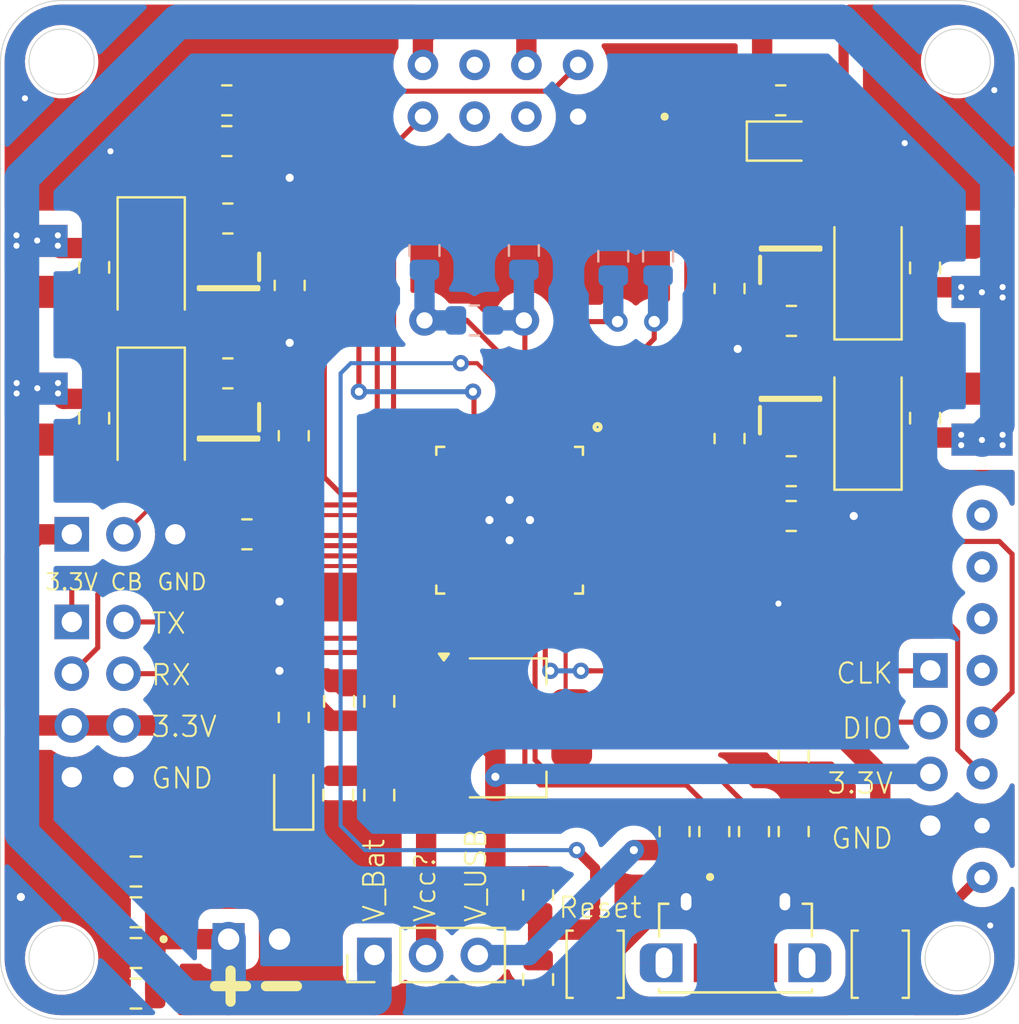
<source format=kicad_pcb>
(kicad_pcb (version 20240108) (generator "pcbnew") (generator_version "8.0")
  (layers (0 "F.Cu" signal) (31 "B.Cu" signal) (34 "B.Paste" user) (35 "F.Paste" user) (36 "B.SilkS" user "B.Silkscreen") (37 "F.SilkS" user "F.Silkscreen") (38 "B.Mask" user) (39 "F.Mask" user) (44 "Edge.Cuts" user))
  (net 0 "")
  (net 1 "VCC")
  (net 2 "GND")
  (net 3 "Net-(D4-A)")
  (net 4 "+3.7V")
  (net 5 "+3.3V")
  (net 6 "Net-(D5-A)")
  (net 7 "Net-(D6-A)")
  (net 8 "Net-(D7-A)")
  (net 9 "/OSC_OUT")
  (net 10 "/OSC_IN")
  (net 11 "/PC15")
  (net 12 "/PC14")
  (net 13 "/RESET")
  (net 14 "/PC13")
  (net 15 "Net-(D2-A)")
  (net 16 "Net-(D3-A)")
  (net 17 "/SWDCKL")
  (net 18 "/SWDIO")
  (net 19 "+5V")
  (net 20 "Net-(J8-ID)")
  (net 21 "Net-(J8-D-)")
  (net 22 "Net-(J8-D+)")
  (net 23 "/TX1")
  (net 24 "/RX2")
  (net 25 "/RX1")
  (net 26 "/TX2")
  (net 27 "Net-(Q1-G)")
  (net 28 "Net-(Q2-G)")
  (net 29 "Net-(Q3-G)")
  (net 30 "Net-(Q4-G)")
  (net 31 "/Voltage divider")
  (net 32 "/BOOT1")
  (net 33 "/BOOT0")
  (net 34 "/PWM_1")
  (net 35 "/PWM_2")
  (net 36 "/PWM_3")
  (net 37 "/PWM_4")
  (net 38 "/D+")
  (net 39 "/D-")
  (net 41 "/TX3")
  (net 43 "/CB")
  (net 46 "/SCL")
  (net 49 "/RX3")
  (net 56 "/SDA")
  (net 65 "Net-(SW2-B)")
  (footprint "Connector_PinHeader_2.54mm:PinHeader_1x03_P2.54mm_Vertical" (layer "F.Cu") (at 100.58 91.2905 90)
    (property "Reference" "J7")
    (property "Value" "Jumper" (hide yes))
  )
  (footprint "LED_SMD:LED_0805_2012Metric" (layer "F.Cu") (at 96.62 83.455 90)
    (property "Reference" "D3")
    (property "Value" "LED")
  )
  (footprint "2xh:JST_B2B-XH-A_LF__SN_" (layer "F.Cu") (at 84.02 57.4925 90)
    (property "Reference" "J3" (hide yes))
    (property "Value" "Header" (hide yes))
  )
  (footprint "Connector_PinHeader_2.54mm:PinHeader_1x03_P2.54mm_Vertical" (layer "F.Cu") (at 85.72 70.6425 90)
    (property "Reference" "J9")
    (property "Value" "Conn_01x03_Pin" (hide yes))
  )
  (footprint "IRLML0030TRPBF MOSFET Kênh N 30V 5.3A:SOT95P237X112-3N" (layer "F.Cu") (at 93.42 58.5625 -90)
    (property "Reference" "Q2")
    (property "Value" "IRLM0030" (hide yes))
  )
  (footprint "Resistor_SMD:R_0805_2012Metric" (layer "F.Cu") (at 118.02 65.9425 90)
    (property "Reference" "R15")
    (property "Value" "100")
  )
  (footprint "Resistor_SMD:R_0805_2012Metric" (layer "F.Cu") (at 121.17 85.23 90)
    (property "Reference" "R21")
    (property "Value" "100")
  )
  (footprint "Resistor_SMD:R_0805_2012Metric" (layer "F.Cu") (at 117.27 85.23 90)
    (property "Reference" "R20")
    (property "Value" "100")
  )
  (footprint "IRLML0030TRPBF MOSFET Kênh N 30V 5.3A:SOT95P237X112-3N" (layer "F.Cu") (at 121.02 56.6175 90)
    (property "Reference" "Q4")
    (property "Value" "IRLM0030" (hide yes))
  )
  (footprint "Resistor_SMD:R_0805_2012Metric" (layer "F.Cu") (at 93.3325 51.3425)
    (property "Reference" "R23")
    (property "Value" "12K")
  )
  (footprint "Resistor_SMD:R_0805_2012Metric" (layer "F.Cu") (at 121.0495 67.5425)
    (property "Reference" "R17")
    (property "Value" "10K")
  )
  (footprint "2xh:JST_B2B-XH-A_LF__SN_" (layer "F.Cu") (at 84.028 64.7425 90)
    (property "Reference" "J4" (hide yes))
    (property "Value" "Header" (hide yes))
  )
  (footprint "Diode_SMD:D_SMA" (layer "F.Cu") (at 124.82 57.5675 90)
    (property "Reference" "D7")
    (property "Value" "1N4007" (hide yes))
  )
  (footprint "Resistor_SMD:R_0805_2012Metric" (layer "F.Cu") (at 93.3825 55.1425 180)
    (property "Reference" "R11")
    (property "Value" "10K")
  )
  (footprint "Resistor_SMD:R_0805_2012Metric" (layer "F.Cu") (at 96.42 58.425 90)
    (property "Reference" "R12")
    (property "Value" "100")
  )
  (footprint "2xh:JST_B2B-XH-A_LF__SN_" (layer "F.Cu") (at 130.412 57.4925 -90)
    (property "Reference" "J6" (hide yes))
    (property "Value" "Header" (hide yes))
  )
  (footprint "Connector_PinHeader_2.54mm:PinHeader_1x04_P2.54mm_Vertical" (layer "F.Cu") (at 127.88 77.3205)
    (property "Reference" "J2")
    (property "Value" "ST_Link" (hide yes))
  )
  (footprint "Resistor_SMD:R_0805_2012Metric" (layer "F.Cu") (at 93.3825 62.7425 180)
    (property "Reference" "R14")
    (property "Value" "10K")
  )
  (footprint "Capacitor_SMD:C_0805_2012Metric" (layer "F.Cu") (at 88.87 93.1815 180)
    (property "Reference" "C16")
    (property "Value" "22uF")
  )
  (footprint "IRLML0030TRPBF MOSFET Kênh N 30V 5.3A:SOT95P237X112-3N" (layer "F.Cu") (at 121.012 63.9925 90)
    (property "Reference" "Q3")
    (property "Value" "IRLM0030" (hide yes))
  )
  (footprint "Resistor_SMD:R_0805_2012Metric" (layer "F.Cu") (at 94.32 70.6425)
    (property "Reference" "R6")
    (property "Value" "100K")
  )
  (footprint "Resistor_SMD:R_0805_2012Metric" (layer "F.Cu") (at 119.22 85.23 90)
    (property "Reference" "R19")
    (property "Value" "100")
  )
  (footprint "Resistor_SMD:R_0805_2012Metric" (layer "F.Cu") (at 93.3325 49.3425 180)
    (property "Reference" "R3")
    (property "Value" "100K")
  )
  (footprint "Capacitor_SMD:C_0805_2012Metric" (layer "F.Cu") (at 108.62 92.4925 -90)
    (property "Reference" "C15")
    (property "Value" "105")
  )
  (footprint "Connector_PinHeader_2.54mm:PinHeader_2x04_P2.54mm_Vertical" (layer "F.Cu") (at 85.72 74.9425)
    (property "Reference" "J10" (hide yes))
    (property "Value" "UART" (hide yes))
  )
  (footprint "2xh:JST_B2B-XH-A_LF__SN_" (layer "F.Cu") (at 130.412 64.7425 -90)
    (property "Reference" "J5" (hide yes))
    (property "Value" "Header" (hide yes))
  )
  (footprint "Capacitor_SMD:C_0805_2012Metric" (layer "F.Cu") (at 88.87 87.1925 180)
    (property "Reference" "C19")
    (property "Value" "100nF")
  )
  (footprint "2xh:JST_B2B-XH-A_LF__SN_" (layer "F.Cu") (at 94.67 91.0365 180)
    (property "Reference" "J1")
    (property "Value" "Pin_1S" (hide yes))
  )
  (footprint "Capacitor_SMD:C_0805_2012Metric" (layer "F.Cu") (at 127.62 64.9425 -90)
    (property "Reference" "C7")
    (property "Value" "104")
  )
  (footprint "Resistor_SMD:R_0805_2012Metric" (layer "F.Cu") (at 108.62 88.3425 90)
    (property "Reference" "R8")
    (property "Value" "10K")
  )
  (footprint "Capacitor_SMD:C_0805_2012Metric" (layer "F.Cu") (at 100.82 78.8425 90)
    (property "Reference" "C5")
    (property "Value" "104")
  )
  (footprint "Resistor_SMD:R_0805_2012Metric" (layer "F.Cu") (at 115.32 85.23 -90)
    (property "Reference" "R22")
    (property "Value" "4.7k")
  )
  (footprint "Resistor_SMD:R_0805_2012Metric" (layer "F.Cu") (at 120.5325 49.3425)
    (property "Reference" "R9")
    (property "Value" "100")
  )
  (footprint "Package_TO_SOT_SMD:SOT-223-3_TabPin2" (layer "F.Cu") (at 107.12 80.1425)
    (property "Reference" "U5")
    (property "Value" "LM1117MP-3.3" (hide yes))
  )
  (footprint "IRLML0030TRPBF MOSFET Kênh N 30V 5.3A:SOT95P237X112-3N" (layer "F.Cu") (at 93.42 65.9425 -90)
    (property "Reference" "Q1")
    (property "Value" "IRLM0030" (hide yes))
  )
  (footprint "Resistor_SMD:R_0805_2012Metric" (layer "F.Cu") (at 96.62 79.63 -90)
    (property "Reference" "R10")
    (property "Value" "100")
  )
  (footprint "LED_SMD:LED_0805_2012Metric" (layer "F.Cu") (at 120.5525 51.3425)
    (property "Reference" "D2")
    (property "Value" "LED")
  )
  (footprint "32.768KHz:XTAL_AB38T-32.768KHZ" (layer "F.Cu") (at 113.42 60.2025 -90)
    (property "Reference" "Y2")
    (property "Value" "32,768kHz" (hide yes))
  )
  (footprint "Diode_SMD:D_SMA" (layer "F.Cu") (at 89.62 57.6125 -90)
    (property "Reference" "D4")
    (property "Value" "1N4007" (hide yes))
  )
  (footprint "Diode_SMD:D_SMA" (layer "F.Cu") (at 124.82 64.9425 90)
    (property "Reference" "D6")
    (property "Value" "1N4007" (hide yes))
  )
  (footprint "Capacitor_SMD:C_0805_2012Metric" (layer "F.Cu") (at 86.82 64.9425 90)
    (property "Reference" "C6")
    (property "Value" "104")
  )
  (footprint "Capacitor_SMD:C_0805_2012Metric" (layer "F.Cu") (at 98.845 78.8425 90)
    (property "Reference" "C4")
    (property "Value" "106")
  )
  (footprint "Capacitor_SMD:C_0805_2012Metric" (layer "F.Cu") (at 121.17 81.5425 -90)
    (property "Reference" "C14")
    (property "Value" "104")
  )
  (footprint "Resistor_SMD:R_0805_2012Metric" (layer "F.Cu") (at 96.62 65.805 90)
    (property "Reference" "R13")
    (property "Value" "100")
  )
  (footprint "Capacitor_SMD:C_0805_2012Metric" (layer "F.Cu") (at 88.87 91.1925 180)
    (property "Reference" "C17")
    (property "Value" "22uF")
  )
  (footprint "micro usb:HRS_ZX62D-B-5P8" (layer "F.Cu") (at 118.22 91.0925)
    (property "Reference" "J8")
    (property "Value" "MICRO_USB" (hide yes))
  )
  (footprint "Resistor_SMD:R_0805_2012Metric" (layer "F.Cu") (at 118.02 58.58 90)
    (property "Reference" "R16")
    (property "Value" "100")
  )
  (footprint "Capacitor_SMD:C_0805_2012Metric" (layer "F.Cu") (at 88.87 89.1925 180)
    (property "Reference" "C18")
    (property "Value" "100nF")
  )
  (footprint "Capacitor_SMD:C_0805_2012Metric" (layer "F.Cu") (at 127.62 57.5675 -90)
    (property "Reference" "C8")
    (property "Value" "104")
  )
  (footprint "Capacitor_SMD:C_0805_2012Metric" (layer "F.Cu") (at 100.82 83.4425 -90)
    (property "Reference" "C1")
    (property "Value" "105")
  )
  (footprint "Esp01:XCVR_ESP8266-01_ESP-01" (layer "F.Cu") (at 106.7985 57.7905 180)
    (property "Reference" "U4" (hide yes))
    (property "Value" "ESP-01" (hide yes))
  )
  (footprint "Capacitor_SMD:C_0805_2012Metric" (layer "F.Cu") (at 86.82 57.5425 90)
    (property "Reference" "C3")
    (property "Value" "104")
  )
  (footprint "Diode_SMD:D_SMA" (layer "F.Cu") (at 89.62 64.9875 -90)
    (property "Reference" "D5")
    (property "Value" "1N4007" (hide yes))
  )
  (footprint "Button_Switch_SMD:SW_SPST_B3U-1000P-B" (layer "F.Cu") (at 125.42 91.7425 -90)
    (property "Reference" "SW2")
    (property "Value" "SW_Push_Open" (hide yes))
  )
  (footprint "usini_sensors:module_mpu6050" (layer "F.Cu") (at 130.42 69.7005 180)
    (property "Reference" "U2" (hide yes))
    (property "Value" "module_mpu6050" (hide yes))
  )
  (footprint "Crystal:Crystal_HC49-4H_Vertical" (layer "F.Cu") (at 103.04 60.1425)
    (property "Reference" "Y1")
    (property "Value" "8MHz" (hide yes))
  )
  (footprint "Stm32F103:QFP50P900X900X160-48N" (layer "F.Cu") (at 107.22 69.95 -90)
    (property "Reference" "U1")
    (property "Value" "STM32F103C8T6" (hide yes))
  )
  (footprint "Capacitor_SMD:C_0805_2012Metric" (layer "F.Cu") (at 98.805 83.4425 -90)
    (property "Reference" "C2")
    (property "Value" "104")
  )
  (footprint "Button_Switch_SMD:SW_SPST_B3U-1000P-B" (layer "F.Cu") (at 111.42 91.7425 90)
    (property "Reference" "SW3")
    (property "Value" "SW_Push" (hide yes))
  )
  (footprint "Resistor_SMD:R_0805_2012Metric" (layer "F.Cu") (at 121.0575 60.1675)
    (property "Reference" "R18")
    (property "Value" "10K")
  )
  (footprint "Resistor_SMD:R_0805_2012Metric" (layer "F.Cu") (at 121.0495 69.7425 180)
    (property "Reference" "R7")
    (property "Value" "100K")
  )
  (footprint "Capacitor_SMD:C_0805_2012Metric" (layer "B.Cu") (at 114.51 56.9925 90)
    (property "Reference" "C13")
    (property "Value" "22pF")
  )
  (footprint "Capacitor_SMD:C_0805_2012Metric" (layer "B.Cu") (at 103.04 56.7125 90)
    (property "Reference" "C11")
    (property "Value" "22pF")
  )
  (footprint "Capacitor_SMD:C_0805_2012Metric" (layer "B.Cu") (at 107.92 56.7125 90)
    (property "Reference" "C10")
    (property "Value" "22pF")
  )
  (footprint "Resistor_SMD:R_0805_2012Metric" (layer "B.Cu") (at 105.49 60.1425)
    (property "Reference" "R5")
    (property "Value" "1M")
  )
  (footprint "Capacitor_SMD:C_0805_2012Metric" (layer "B.Cu") (at 112.31 56.9925 90)
    (property "Reference" "C12")
    (property "Value" "22pF")
  )
  (gr_circle (center 85.22 91.4425) (end 86.82 91.4425) (stroke (width 0.05)) (fill none) (layer "Edge.Cuts"))
  (gr_circle (center 129.22 91.4425) (end 130.82 91.4425) (stroke (width 0.05)) (fill none) (layer "Edge.Cuts"))
  (gr_line (start 132.22 91.4425) (end 132.22 47.4425) (stroke (width 0.05)) (layer "Edge.Cuts"))
  (gr_line (start 82.22 47.4425) (end 82.22 91.4425) (stroke (width 0.05)) (layer "Edge.Cuts"))
  (gr_arc (start 82.22 47.4425) (mid 83.09868 45.32118) (end 85.22 44.4425) (stroke (width 0.05)) (layer "Edge.Cuts"))
  (gr_arc (start 132.22 91.4425) (mid 131.34132 93.56382) (end 129.22 94.4425) (stroke (width 0.05)) (layer "Edge.Cuts"))
  (gr_line (start 85.22 44.4425) (end 129.22 44.4425) (stroke (width 0.05)) (layer "Edge.Cuts"))
  (gr_arc (start 129.22 44.4425) (mid 131.34132 45.32118) (end 132.22 47.4425) (stroke (width 0.05)) (layer "Edge.Cuts"))
  (gr_line (start 129.22 94.4425) (end 85.22 94.4425) (stroke (width 0.05)) (layer "Edge.Cuts"))
  (gr_circle (center 85.22 47.4425) (end 86.82 47.4425) (stroke (width 0.05)) (fill none) (layer "Edge.Cuts"))
  (gr_arc (start 85.22 94.4425) (mid 83.09868 93.56382) (end 82.22 91.4425) (stroke (width 0.05)) (layer "Edge.Cuts"))
  (gr_circle (center 129.22 47.4425) (end 130.82 47.4425) (stroke (width 0.05)) (fill none) (layer "Edge.Cuts"))
  (gr_text "3.3V" (at 122.75 83.45 0) (layer "F.SilkS") (effects (font (size 1 1) (thickness 0.1)) (justify left bottom)))
  (gr_text "GND" (at 89.85 73.45 0) (layer "F.SilkS") (effects (font (size 0.8 0.8) (thickness 0.1)) (justify left bottom)))
  (gr_text "-" (at 94.45 93.85 0) (layer "F.SilkS") (effects (font (size 2 2) (thickness 0.5) (bold yes)) (justify left bottom)))
  (gr_text "CB" (at 87.55 73.45 0) (layer "F.SilkS") (effects (font (size 0.8 0.8) (thickness 0.1)) (justify left bottom)))
  (gr_text "3.3V" (at 84.35 73.45 0) (layer "F.SilkS") (effects (font (size 0.8 0.8) (thickness 0.1)) (justify left bottom)))
  (gr_text "GND" (at 89.55 83.2 0) (layer "F.SilkS") (effects (font (size 1 1) (thickness 0.1)) (justify left bottom)))
  (gr_text "Reset" (at 109.55 89.55 0) (layer "F.SilkS") (effects (font (size 1 1) (thickness 0.1)) (justify left bottom)))
  (gr_text "V_USB" (at 106.15 89.75 90) (layer "F.SilkS") (effects (font (size 1 1) (thickness 0.1)) (justify left bottom)))
  (gr_text "Vcc?" (at 103.65 89.75 90) (layer "F.SilkS") (effects (font (size 1 1) (thickness 0.1)) (justify left bottom)))
  (gr_text "3.3V" (at 89.55 80.666666 0) (layer "F.SilkS") (effects (font (size 1 1) (thickness 0.1)) (justify left bottom)))
  (gr_text "DIO" (at 123.464286 80.75 0) (layer "F.SilkS") (effects (font (size 1 1) (thickness 0.1)) (justify left bottom)))
  (gr_text "CLK" (at 123.178571 78.05 0) (layer "F.SilkS") (effects (font (size 1 1) (thickness 0.1)) (justify left bottom)))
  (gr_text "TX" (at 89.55 75.6 0) (layer "F.SilkS") (effects (font (size 1 1) (thickness 0.1)) (justify left bottom)))
  (gr_text "+" (at 91.95 93.85 0) (layer "F.SilkS") (effects (font (size 2 2) (thickness 0.5) (bold yes)) (justify left bottom)))
  (gr_text "V_Bat" (at 101.15 89.75 90) (layer "F.SilkS") (effects (font (size 1 1) (thickness 0.1)) (justify left bottom)))
  (gr_text "GND" (at 122.940476 86.15 0) (layer "F.SilkS") (effects (font (size 1 1) (thickness 0.1)) (justify left bottom)))
  (gr_text "RX" (at 89.55 78.133333 0) (layer "F.SilkS") (effects (font (size 1 1) (thickness 0.1)) (justify left bottom)))
  (segment (start 98.805 82.4925) (end 103.92 82.4925) (width 1) (layer "F.Cu") (net 1))
  (segment (start 102.82 82.4925) (end 103.12 82.7925) (width 1) (layer "F.Cu") (net 1))
  (segment (start 103.12 82.7925) (end 103.12 91.2905) (width 1) (layer "F.Cu") (net 1))
  (segment (start 92.47 61.8925) (end 92.47 62.7425) (width 0.2) (layer "F.Cu") (net 2))
  (segment (start 109.47 74.13) (end 109.47 73.18245) (width 0.2) (layer "F.Cu") (net 2))
  (segment (start 109.47 73.18245) (end 107.22 70.93245) (width 0.2) (layer "F.Cu") (net 2))
  (segment (start 96.92 93.4425) (end 95.92 92.4425) (width 1) (layer "F.Cu") (net 2))
  (segment (start 121.32 61.5425) (end 121.97 60.8925) (width 0.25) (layer "F.Cu") (net 2))
  (segment (start 108.62 93.4425) (end 96.92 93.4425) (width 1) (layer "F.Cu") (net 2))
  (segment (start 88.26 84.2025) (end 87.92 84.5425) (width 1) (layer "F.Cu") (net 2))
  (segment (start 93.4075 70.6425) (end 90.8 70.6425) (width 0.2) (layer "F.Cu") (net 2))
  (segment (start 118.42 61.5425) (end 121.32 61.5425) (width 0.25) (layer "F.Cu") (net 2))
  (segment (start 92.47 64.8925) (end 92.47 62.7425) (width 1) (layer "F.Cu") (net 2))
  (segment (start 121.97 60.8925) (end 121.97 60.1675) (width 0.25) (layer "F.Cu") (net 2))
  (segment (start 107.22 68.95255) (end 106.47 68.20255) (width 0.2) (layer "F.Cu") (net 2))
  (segment (start 120.737 88.6745) (end 121.688 88.6745) (width 0.5) (layer "F.Cu") (net 2))
  (segment (start 98.895 77.8425) (end 98.845 77.8925) (width 1) (layer "F.Cu") (net 2))
  (segment (start 110.4625 67.7) (end 111.4 67.7) (width 0.2) (layer "F.Cu") (net 2))
  (segment (start 95.92 92.4425) (end 95.92 90.5115) (width 1) (layer "F.Cu") (net 2))
  (segment (start 103.97255 72.2) (end 103.04 72.2) (width 0.2) (layer "F.Cu") (net 2))
  (segment (start 106.23005 69.9425) (end 103.97255 72.2) (width 0.2) (layer "F.Cu") (net 2))
  (segment (start 119.612 88.9995) (end 120.412 88.9995) (width 0.5) (layer "F.Cu") (net 2))
  (segment (start 106.47 68.20255) (end 106.47 65.77) (width 0.2) (layer "F.Cu") (net 2))
  (segment (start 95.92 73.9425) (end 97.6625 72.2) (width 0.2) (layer "F.Cu") (net 2))
  (segment (start 121.97 60.1675) (end 121.97 57.6675) (width 1) (layer "F.Cu") (net 2))
  (segment (start 121.962 65.0425) (end 121.962 67.5425) (width 1) (layer "F.Cu") (net 2))
  (segment (start 96.42 61.2425) (end 93.12 61.2425) (width 0.2) (layer "F.Cu") (net 2))
  (segment (start 92.47 55.1425) (end 92.47 53.1425) (width 1) (layer "F.Cu") (net 2))
  (segment (start 95.92 90.5115) (end 95.92 85.0925) (width 1) (layer "F.Cu") (net 2))
  (segment (start 97.6625 72.2) (end 103.04 72.2) (width 0.2) (layer "F.Cu") (net 2))
  (segment (start 88.07 84.3925) (end 87.92 84.5425) (width 1) (layer "F.Cu") (net 2))
  (segment (start 100.82 84.3925) (end 96.62 84.3925) (width 1) (layer "F.Cu") (net 2))
  (segment (start 108.22 69.9425) (end 110.4625 67.7) (width 0.2) (layer "F.Cu") (net 2))
  (segment (start 93.12 61.2425) (end 92.47 61.8925) (width 0.2) (layer "F.Cu") (net 2))
  (segment (start 96.42 53.1425) (end 92.47 53.1425) (width 0.2) (layer "F.Cu") (net 2))
  (segment (start 127.88 84.9405) (end 130.42 84.9405) (width 1) (layer "F.Cu") (net 2))
  (segment (start 87.92 87.1925) (end 87.92 84.5425) (width 1) (layer "F.Cu") (net 2))
  (segment (start 103.97 77.8425) (end 98.895 77.8425) (width 1) (layer "F.Cu") (net 2))
  (segment (start 98.295 77.3425) (end 95.92 77.3425) (width 0.25) (layer "F.Cu") (net 2))
  (segment (start 95.92 85.0925) (end 96.62 84.3925) (width 1) (layer "F.Cu") (net 2))
  (segment (start 88.225 82.5275) (end 88.26 82.5625) (width 1) (layer "F.Cu") (net 2))
  (segment (start 87.92 87.1925) (end 87.92 93.1815) (width 1) (layer "F.Cu") (net 2))
  (segment (start 92.47 51.3925) (end 92.42 51.3425) (width 1) (layer "F.Cu") (net 2))
  (segment (start 111.42 93.4425) (end 111.42 92.3425) (width 0.5) (layer "F.Cu") (net 2))
  (segment (start 92.47 53.1425) (end 92.47 51.3925) (width 1) (layer "F.Cu") (net 2))
  (segment (start 96.62 84.3925) (end 88.07 84.3925) (width 1) (layer "F.Cu") (net 2))
  (segment (start 98.845 77.8925) (end 98.295 77.3425) (width 0.25) (layer "F.Cu") (net 2))
  (segment (start 121.995 84.3175) (end 121.17 84.3175) (width 0.5) (layer "F.Cu") (net 2))
  (segment (start 111.42 92.3425) (end 115.088 88.6745) (width 0.5) (layer "F.Cu") (net 2))
  (segment (start 121.17 82.4925) (end 121.17 84.3175) (width 1) (layer "F.Cu") (net 2))
  (segment (start 111.42 93.4425) (end 108.62 93.4425) (width 1) (layer "F.Cu") (net 2))
  (segment (start 121.688 88.6745) (end 122.82 87.5425) (width 0.5) (layer "F.Cu") (net 2))
  (segment (start 122.82 87.5425) (end 122.82 85.1425) (width 0.5) (layer "F.Cu") (net 2))
  (segment (start 124.12 69.7425) (end 121.962 69.7425) (width 0.25) (layer "F.Cu") (net 2))
  (segment (start 120.412 88.9995) (end 120.737 88.6745) (width 0.5) (layer "F.Cu") (net 2))
  (segment (start 122.82 85.1425) (end 121.995 84.3175) (width 0.5) (layer "F.Cu") (net 2))
  (segment (start 121.962 67.5425) (end 121.962 69.7425) (width 1) (layer "F.Cu") (net 2))
  (segment (start 88.26 82.5625) (end 88.26 84.2025) (width 1) (layer "F.Cu") (net 2))
  (segment (start 85.744 82.5275) (end 88.225 82.5275) (width 1) (layer "F.Cu") (net 2))
  (segment (start 115.088 88.6745) (end 115.887 88.6745) (width 0.5) (layer "F.Cu") (net 2))
  (segment (start 92.47 57.5125) (end 92.47 55.1425) (width 1) (layer "F.Cu") (net 2))
  (via (at 87.62 51.8425) (size 0.6) (drill 0.3) (layers "F.Cu" "B.Cu") (net 2))
  (via (at 107.22 70.93245) (size 0.8) (drill 0.4) (layers "F.Cu" "B.Cu") (net 2))
  (via (at 96.42 53.1425) (size 0.8) (drill 0.4) (layers "F.Cu" "B.Cu") (net 2))
  (via (at 108.22 69.9425) (size 0.8) (drill 0.4) (layers "F.Cu" "B.Cu") (net 2))
  (via (at 107.22 68.95255) (size 0.8) (drill 0.4) (layers "F.Cu" "B.Cu") (net 2))
  (via (at 106.23005 69.9425) (size 0.8) (drill 0.4) (layers "F.Cu" "B.Cu") (net 2))
  (via (at 83.42 49.2425) (size 0.6) (drill 0.3) (layers "F.Cu" "B.Cu") (net 2))
  (via (at 96.42 61.2425) (size 0.8) (drill 0.4) (layers "F.Cu" "B.Cu") (net 2))
  (via (at 95.92 77.3425) (size 0.8) (drill 0.4) (layers "F.Cu" "B.Cu") (net 2))
  (via (at 95.92 73.9425) (size 0.8) (drill 0.4) (layers "F.Cu" "B.Cu") (net 2))
  (via (at 126.62 51.4425) (size 0.6) (drill 0.3) (layers "F.Cu" "B.Cu") (net 2))
  (via (at 83.22 88.4425) (size 0.8) (drill 0.4) (layers "F.Cu" "B.Cu") (net 2))
  (via (at 130.82 89.8425) (size 0.6) (drill 0.3) (layers "F.Cu" "B.Cu") (net 2))
  (via (at 118.42 61.5425) (size 0.8) (drill 0.4) (layers "F.Cu" "B.Cu") (net 2))
  (via (at 131.02 48.8425) (size 0.6) (drill 0.3) (layers "F.Cu" "B.Cu") (net 2))
  (via (at 120.42 74.0425) (size 0.6) (drill 0.3) (layers "F.Cu" "B.Cu") (net 2))
  (via (at 124.12 69.7425) (size 0.8) (drill 0.4) (layers "F.Cu" "B.Cu") (net 2))
  (segment (start 90.2775 64.085) (end 90.2775 67.3) (width 0.2) (layer "B.Cu") (net 2))
  (segment (start 96.42 55.7425) (end 96.44 55.7625) (width 0.2) (layer "B.Cu") (net 2))
  (segment (start 110.5825 50.1425) (end 110.5825 55.625) (width 1) (layer "B.Cu") (net 2))
  (segment (start 109.8825 55.625) (end 110.02 55.7625) (width 1) (layer "B.Cu") (net 2))
  (segment (start 96.42 61.2425) (end 93.12 61.2425) (width 0.2) (layer "B.Cu") (net 2))
  (segment (start 120.22 69.7425) (end 124.12 69.7425) (width 0.25) (layer "B.Cu") (net 2))
  (segment (start 95.92 77.3425) (end 95.92 90.5115) (width 0.2) (layer "B.Cu") (net 2))
  (segment (start 96.42 61.2425) (end 96.42 53.1425) (width 0.2) (layer "B.Cu") (net 2))
  (segment (start 94.1 73.9425) (end 95.92 73.9425) (width 0.2) (layer "B.Cu") (net 2))
  (segment (start 112.31 56.0425) (end 114.51 56.0425) (width 1) (layer "B.Cu") (net 2))
  (segment (start 124.146 88.6745) (end 120.737 88.6745) (width 0.5) (layer "B.Cu") (net 2))
  (segment (start 117.52 56.0425) (end 114.51 56.0425) (width 0.25) (layer "B.Cu") (net 2))
  (segment (start 95.92 73.9425) (end 95.92 77.3425) (width 0.2) (layer "B.Cu") (net 2))
  (segment (start 112.03 55.7625) (end 112.31 56.0425) (width 1) (layer "B.Cu") (net 2))
  (segment (start 90.8 67.8225) (end 90.8 70.6425) (width 0.2) (layer "B.Cu") (net 2))
  (segment (start 118.42 56.9425) (end 117.52 56.0425) (width 0.25) (layer "B.Cu") (net 2))
  (segment (start 110.02 55.7625) (end 112.03 55.7625) (width 1) (layer "B.Cu") (net 2))
  (segment (start 127.88 84.9405) (end 124.146 88.6745) (width 0.5) (layer "B.Cu") (net 2))
  (segment (start 90.8 70.6425) (end 94.1 73.9425) (width 0.2) (layer "B.Cu") (net 2))
  (segment (start 118.42 61.5425) (end 118.42 67.9425) (width 0.25) (layer "B.Cu") (net 2))
  (segment (start 96.42 53.1425) (end 96.42 55.7425) (width 0.2) (layer "B.Cu") (net 2))
  (segment (start 107.22 70.93245) (end 107.22 68.95255) (width 0.2) (layer "B.Cu") (net 2))
  (segment (start 118.42 67.9425) (end 120.22 69.7425) (width 0.25) (layer "B.Cu") (net 2))
  (segment (start 118.42 61.5425) (end 118.42 56.9425) (width 0.25) (layer "B.Cu") (net 2))
  (segment (start 90.2775 67.3) (end 90.8 67.8225) (width 0.2) (layer "B.Cu") (net 2))
  (segment (start 93.12 61.2425) (end 90.2775 64.085) (width 0.2) (layer "B.Cu") (net 2))
  (segment (start 107.92 55.7625) (end 110.02 55.7625) (width 1) (layer "B.Cu") (net 2))
  (segment (start 108.22 69.9425) (end 106.23005 69.9425) (width 0.2) (layer "B.Cu") (net 2))
  (segment (start 115.887 88.6745) (end 120.737 88.6745) (width 1) (layer "B.Cu") (net 2))
  (segment (start 103.04 55.7625) (end 107.92 55.7625) (width 1) (layer "B.Cu") (net 2))
  (segment (start 96.44 55.7625) (end 103.04 55.7625) (width 0.2) (layer "B.Cu") (net 2))
  (segment (start 84.012 58.7425) (end 86.57 58.7425) (width 1) (layer "F.Cu") (net 3))
  (segment (start 88.5 58.4925) (end 89.62 59.6125) (width 1) (layer "F.Cu") (net 3))
  (segment (start 89.62 59.6125) (end 93.42 59.6125) (width 0.5) (layer "F.Cu") (net 3))
  (segment (start 86.82 58.4925) (end 88.5 58.4925) (width 1) (layer "F.Cu") (net 3))
  (segment (start 86.57 58.7425) (end 86.82 58.4925) (width 1) (layer "F.Cu") (net 3))
  (segment (start 86.82 63.9925) (end 85.31 63.9925) (width 1) (layer "F.Cu") (net 4))
  (segment (start 126.57 66.9425) (end 127.62 65.8925) (width 1) (layer "F.Cu") (net 4))
  (segment (start 86.82 56.5925) (end 85.152 56.5925) (width 1) (layer "F.Cu") (net 4))
  (segment (start 127.62 58.5175) (end 130.195 58.5175) (width 1) (layer "F.Cu") (net 4))
  (segment (start 124.82 59.5675) (end 126.57 59.5675) (width 1) (layer "F.Cu") (net 4))
  (segment (start 87.825 62.9875) (end 86.82 63.9925) (width 1) (layer "F.Cu") (net 4))
  (segment (start 88.64 56.5925) (end 89.62 55.6125) (width 1) (layer "F.Cu") (net 4))
  (segment (start 130.32 65.8925) (end 130.42 65.9925) (width 1) (layer "F.Cu") (net 4))
  (segment (start 129.63 58.7425) (end 129.396 58.5085) (width 1) (layer "F.Cu") (net 4))
  (segment (start 86.82 56.5925) (end 88.64 56.5925) (width 1) (layer "F.Cu") (net 4))
  (segment (start 93.42 90.5115) (end 89.851 90.5115) (width 1) (layer "F.Cu") (net 4))
  (segment (start 85.152 56.5925) (end 85.036 56.4765) (width 1) (layer "F.Cu") (net 4))
  (segment (start 124.82 66.9425) (end 126.57 66.9425) (width 1) (layer "F.Cu") (net 4))
  (segment (start 126.57 59.5675) (end 127.62 58.5175) (width 1) (layer "F.Cu") (net 4))
  (segment (start 130.195 58.5175) (end 130.42 58.7425) (width 1) (layer "F.Cu") (net 4))
  (segment (start 91.02 49.3425) (end 92.42 49.3425) (width 1) (layer "F.Cu") (net 4))
  (segment (start 89.62 50.7425) (end 91.02 49.3425) (width 1) (layer "F.Cu") (net 4))
  (segment (start 130.42 58.7425) (end 129.63 58.7425) (width 1) (layer "F.Cu") (net 4))
  (segment (start 127.62 65.8925) (end 130.32 65.8925) (width 1) (layer "F.Cu") (net 4))
  (segment (start 85.31 63.9925) (end 85.044 63.7265) (width 1) (layer "F.Cu") (net 4))
  (segment (start 89.851 90.5115) (end 89.82 90.5425) (width 1) (layer "F.Cu") (net 4))
  (segment (start 89.82 90.5425) (end 89.82 93.1815) (width 1) (layer "F.Cu") (net 4))
  (segment (start 89.62 62.9875) (end 87.825 62.9875) (width 1) (layer "F.Cu") (net 4))
  (segment (start 89.62 55.6125) (end 89.62 50.7425) (width 1) (layer "F.Cu") (net 4))
  (segment (start 89.82 87.1925) (end 89.82 90.5425) (width 1) (layer "F.Cu") (net 4))
  (segment (start 131.168749 53.1425) (end 131.17 53.1425) (width 1.7) (layer "B.Cu") (net 4))
  (segment (start 83.27 57.5425) (end 83.27 53.143751) (width 1.7) (layer "B.Cu") (net 4))
  (segment (start 90.921251 45.4925) (end 123.518749 45.4925) (width 1.7) (layer "B.Cu") (net 4))
  (segment (start 83.27 53.143751) (end 90.921251 45.4925) (width 1.7) (layer "B.Cu") (net 4))
  (segment (start 131.17 53.1425) (end 131.17 65.2425) (width 1.7) (layer "B.Cu") (net 4))
  (segment (start 83.27 85.316985) (end 83.27 62.1425) (width 1.7) (layer "B.Cu") (net 4))
  (segment (start 91.338299 93.3925) (end 87.491236 89.545437) (width 1.7) (layer "B.Cu") (net 4))
  (segment (start 87.491236 89.545437) (end 87.472064 89.519049) (width 1.7) (layer "B.Cu") (net 4))
  (segment (start 93.42 90.5115) (end 93.42 93.3925) (width 1.7) (layer "B.Cu") (net 4))
  (segment (start 87.472064 89.519049) (end 83.27 85.316985) (width 1.7) (layer "B.Cu") (net 4))
  (segment (start 93.42 93.3925) (end 91.338299 93.3925) (width 1.7) (layer "B.Cu") (net 4))
  (segment (start 131.17 65.2425) (end 130.42 65.9925) (width 1.7) (layer "B.Cu") (net 4))
  (segment (start 83.27 64.7425) (end 83.27 55.9685) (width 1.7) (layer "B.Cu") (net 4))
  (segment (start 93.42 93.3925) (end 100.58 93.3925) (width 1.7) (layer "B.Cu") (net 4))
  (segment (start 100.58 93.3925) (end 100.58 91.2905) (width 1.7) (layer "B.Cu") (net 4))
  (segment (start 123.518749 45.4925) (end 131.168749 53.1425) (width 1.7) (layer "B.Cu") (net 4))
  (segment (start 84.02 70.6425) (end 82.92 71.7425) (width 1) (layer "F.Cu") (net 5))
  (segment (start 85.779 80.0225) (end 92.74 80.0225) (width 1) (layer "F.Cu") (net 5))
  (segment (start 116.52 62.08) (end 111.4 67.2) (width 0.2) (layer "F.Cu") (net 5))
  (segment (start 101.17 80.1425) (end 100.82 79.7925) (width 1) (layer "F.Cu") (net 5))
  (segment (start 83.9 80.0225) (end 85.72 80.0225) (width 1) (layer "F.Cu") (net 5))
  (segment (start 119.02 53.5425) (end 116.52 56.0425) (width 0.5) (layer "F.Cu") (net 5))
  (segment (start 96.62 78.7175) (end 97.32 78.7175) (width 1) (layer "F.Cu") (net 5))
  (segment (start 94.045 78.7175) (end 96.62 78.7175) (width 1) (layer "F.Cu") (net 5))
  (segment (start 106.52 82.5425) (end 106.52 81.3425) (width 1) (layer "F.Cu") (net 5))
  (segment (start 98.845 79.7925) (end 100.82 79.7925) (width 1) (layer "F.Cu") (net 5))
  (segment (start 92.74 80.0225) (end 94.045 78.7175) (width 1) (layer "F.Cu") (net 5))
  (segment (start 109.97 72.6925) (end 109.97 74.13) (width 0.2) (layer "F.Cu") (net 5))
  (segment (start 102.9625 47.6025) (end 102.9625 46.2) (width 1) (layer "F.Cu") (net 5))
  (segment (start 104.4625 72.7) (end 103.04 72.7) (width 0.2) (layer "F.Cu") (net 5))
  (segment (start 125.42 82.4425) (end 125.462 82.4005) (width 1) (layer "F.Cu") (net 5))
  (segment (start 106.52 81.3425) (end 105.32 80.1425) (width 1) (layer "F.Cu") (net 5))
  (segment (start 123.62 46.0425) (end 123.62 46.8425) (width 0.5) (layer "F.Cu") (net 5))
  (segment (start 123.62 46.8425) (end 123.62 52.1425) (width 0.5) (layer "F.Cu") (net 5))
  (segment (start 125.42 82.4425) (end 123.57 80.5925) (width 1) (layer "F.Cu") (net 5))
  (segment (start 108.12 45.3425) (end 108.0425 45.42) (width 1) (layer "F.Cu") (net 5))
  (segment (start 123.62 52.1425) (end 122.22 53.5425) (width 0.5) (layer "F.Cu") (net 5))
  (segment (start 85.744 79.9875) (end 85.779 80.0225) (width 1) (layer "F.Cu") (net 5))
  (segment (start 119.62 45.3425) (end 106.82 45.3425) (width 1) (layer "F.Cu") (net 5))
  (segment (start 121.92 45.3425) (end 122.92 45.3425) (width 0.5) (layer "F.Cu") (net 5))
  (segment (start 119.62 45.3425) (end 121.92 45.3425) (width 1) (layer "F.Cu") (net 5))
  (segment (start 107.22 69.9425) (end 104.4625 72.7) (width 0.2) (layer "F.Cu") (net 5))
  (segment (start 109.97 65.77) (end 109.97 67.1925) (width 0.2) (layer "F.Cu") (net 5))
  (segment (start 125.462 82.4005) (end 127.88 82.4005) (width 1) (layer "F.Cu") (net 5))
  (segment (start 106.52 82.5425) (end 106.52 87.2425) (width 1) (layer "F.Cu") (net 5))
  (segment (start 120.72 80.1425) (end 110.27 80.1425) (width 1) (layer "F.Cu") (net 5))
  (segment (start 119.62 49.3425) (end 119.62 45.3425) (width 1) (layer "F.Cu") (net 5))
  (segment (start 105.32 80.1425) (end 101.17 80.1425) (width 1) (layer "F.Cu") (net 5))
  (segment (start 121.17 80.5925) (end 120.72 80.1425) (width 1) (layer "F.Cu") (net 5))
  (segment (start 125.42 90.0425) (end 125.42 82.4425) (width 1) (layer "F.Cu") (net 5))
  (segment (start 82.92 71.7425) (end 82.92 79.0425) (width 1) (layer "F.Cu") (net 5))
  (segment (start 108.0425 45.42) (end 108.0425 47.6025) (width 1) (layer "F.Cu") (net 5))
  (segment (start 109.97 79.8425) (end 110.27 80.1425) (width 0.2) (layer "F.Cu") (net 5))
  (segment (start 98.395 79.7925) (end 98.845 79.7925) (width 1) (layer "F.Cu") (net 5))
  (segment (start 123.57 80.5925) (end 121.17 80.5925) (width 1) (layer "F.Cu") (net 5))
  (segment (start 106.82 45.3425) (end 108.12 45.3425) (width 1) (layer "F.Cu") (net 5))
  (segment (start 122.92 45.3425) (end 123.62 46.0425) (width 0.5) (layer "F.Cu") (net 5))
  (segment (start 109.9625 67.2) (end 111.4 67.2) (width 0.2) (layer "F.Cu") (net 5))
  (segment (start 105.97 65.77) (end 105.97 68.6925) (width 0.2) (layer "F.Cu") (net 5))
  (segment (start 110.27 80.1425) (end 109.97 80.1425) (width 1) (layer "F.Cu") (net 5))
  (segment (start 106.52 87.2425) (end 106.7075 87.43) (width 1) (layer "F.Cu") (net 5))
  (segment (start 105.97 68.6925) (end 107.22 69.9425) (width 0.2) (layer "F.Cu") (net 5))
  (segment (start 102.9625 46.2) (end 103.82 45.3425) (width 1) (layer "F.Cu") (net 5))
  (segment (start 85.72 70.6425) (end 84.02 70.6425) (width 1) (layer "F.Cu") (net 5))
  (segment (start 103.82 45.3425) (end 106.82 45.3425) (width 1) (layer "F.Cu") (net 5))
  (segment (start 107.22 69.9425) (end 109.97 72.6925) (width 0.2) (layer "F.Cu") (net 5))
  (segment (start 97.32 78.7175) (end 98.395 79.7925) (width 1) (layer "F.Cu") (net 5))
  (segment (start 107.22 69.9425) (end 109.9625 67.2) (width 0.2) (layer "F.Cu") (net 5))
  (segment (start 116.52 56.0425) (end 116.52 62.08) (width 0.2) (layer "F.Cu") (net 5))
  (segment (start 106.7075 87.43) (end 108.62 87.43) (width 1) (layer "F.Cu") (net 5))
  (segment (start 122.22 53.5425) (end 119.02 53.5425) (width 0.5) (layer "F.Cu") (net 5))
  (segment (start 109.97 74.13) (end 109.97 79.8425) (width 0.2) (layer "F.Cu") (net 5))
  (segment (start 109.97 67.1925) (end 109.9625 67.2) (width 0.2) (layer "F.Cu") (net 5))
  (segment (start 82.92 79.0425) (end 83.9 80.0225) (width 1) (layer "F.Cu") (net 5))
  (via (at 106.52 82.5425) (size 0.8) (drill 0.4) (layers "F.Cu" "B.Cu") (net 5))
  (segment (start 106.662 82.4005) (end 127.88 82.4005) (width 1) (layer "B.Cu") (net 5))
  (segment (start 106.52 82.5425) (end 106.662 82.4005) (width 1) (layer "B.Cu") (net 5))
  (segment (start 86.82 65.8925) (end 88.525 65.8925) (width 1) (layer "F.Cu") (net 6))
  (segment (start 93.415 66.9875) (end 93.42 66.9925) (width 0.5) (layer "F.Cu") (net 6))
  (segment (start 89.62 66.9875) (end 93.415 66.9875) (width 0.5) (layer "F.Cu") (net 6))
  (segment (start 88.525 65.8925) (end 89.62 66.9875) (width 1) (layer "F.Cu") (net 6))
  (segment (start 84.02 65.9925) (end 86.72 65.9925) (width 1) (layer "F.Cu") (net 6))
  (segment (start 86.72 65.9925) (end 86.82 65.8925) (width 1) (layer "F.Cu") (net 6))
  (segment (start 124.82 62.9425) (end 126.57 62.9425) (width 1) (layer "F.Cu") (net 7))
  (segment (start 126.57 62.9425) (end 127.62 63.9925) (width 1) (layer "F.Cu") (net 7))
  (segment (start 130.42 63.4925) (end 128.12 63.4925) (width 1) (layer "F.Cu") (net 7))
  (segment (start 124.82 62.9425) (end 121.012 62.9425) (width 0.5) (layer "F.Cu") (net 7))
  (segment (start 128.12 63.4925) (end 127.62 63.9925) (width 1) (layer "F.Cu") (net 7))
  (segment (start 124.82 55.5675) (end 126.57 55.5675) (width 1) (layer "F.Cu") (net 8))
  (segment (start 130.045 56.6175) (end 130.42 56.2425) (width 1) (layer "F.Cu") (net 8))
  (segment (start 127.62 56.6175) (end 130.045 56.6175) (width 1) (layer "F.Cu") (net 8))
  (segment (start 124.82 55.5675) (end 121.02 55.5675) (width 0.5) (layer "F.Cu") (net 8))
  (segment (start 126.57 55.5675) (end 127.62 56.6175) (width 1) (layer "F.Cu") (net 8))
  (segment (start 103.04 60.1425) (end 105.12 60.1425) (width 0.25) (layer "F.Cu") (net 9))
  (segment (start 107.47 62.4925) (end 107.47 65.77) (width 0.25) (layer "F.Cu") (net 9))
  (segment (start 105.12 60.1425) (end 107.47 62.4925) (width 0.25) (layer "F.Cu") (net 9))
  (segment (start 104.5775 60.1425) (end 103.04 60.1425) (width 1) (layer "B.Cu") (net 9))
  (segment (start 103.04 57.6625) (end 103.04 60.1425) (width 1) (layer "B.Cu") (net 9))
  (segment (start 107.97 60.7925) (end 107.97 65.77) (width 0.25) (layer "F.Cu") (net 10))
  (segment (start 107.92 57.6625) (end 107.92 60.1425) (width 1) (layer "B.Cu") (net 10))
  (segment (start 106.4025 60.1425) (end 107.92 60.1425) (width 1) (layer "B.Cu") (net 10))
  (segment (start 110.71 60.2025) (end 108.47 62.4425) (width 0.25) (layer "F.Cu") (net 11))
  (segment (start 112.52 60.2025) (end 110.71 60.2025) (width 0.25) (layer "F.Cu") (net 11))
  (segment (start 108.47 62.4425) (end 108.47 63.1425) (width 0.25) (layer "F.Cu") (net 11))
  (segment (start 108.47 63.1425) (end 108.47 65.77) (width 0.25) (layer "F.Cu") (net 11))
  (segment (start 112.31 59.9925) (end 112.52 60.2025) (width 1) (layer "B.Cu") (net 11))
  (segment (start 112.31 57.9425) (end 112.31 59.9925) (width 1) (layer "B.Cu") (net 11))
  (segment (start 108.97 65.77) (end 108.97 63.6175) (width 0.25) (layer "F.Cu") (net 12))
  (segment (start 108.97 63.6175) (end 110.345 62.2425) (width 0.25) (layer "F.Cu") (net 12))
  (segment (start 113.12 62.2425) (end 114.32 61.0425) (width 0.25) (layer "F.Cu") (net 12))
  (segment (start 114.32 61.0425) (end 114.32 60.2025) (width 0.25) (layer "F.Cu") (net 12))
  (segment (start 110.345 62.2425) (end 113.12 62.2425) (width 0.25) (layer "F.Cu") (net 12))
  (segment (start 114.51 57.9425) (end 114.51 60.0125) (width 1) (layer "B.Cu") (net 12))
  (segment (start 114.51 60.0125) (end 114.32 60.2025) (width 1) (layer "B.Cu") (net 12))
  (segment (start 110.52 86.1425) (end 111.42 87.0425) (width 0.5) (layer "F.Cu") (net 13))
  (segment (start 111.42 90.0425) (end 108.72 90.0425) (width 1) (layer "F.Cu") (net 13))
  (segment (start 106.97 63.5925) (end 106.97 65.77) (width 0.2) (layer "F.Cu") (net 13))
  (segment (start 104.82 62.2425) (end 105.62 62.2425) (width 0.2) (layer "F.Cu") (net 13))
  (segment (start 111.42 87.0425) (end 111.42 90.0425) (width 0.5) (layer "F.Cu") (net 13))
  (segment (start 108.62 89.9425) (end 108.62 89.255) (width 1) (layer "F.Cu") (net 13))
  (segment (start 105.62 62.2425) (end 106.97 63.5925) (width 0.2) (layer "F.Cu") (net 13))
  (segment (start 108.72 90.0425) (end 108.62 89.9425) (width 1) (layer "F.Cu") (net 13))
  (segment (start 108.62 91.5425) (end 108.62 89.9425) (width 1) (layer "F.Cu") (net 13))
  (via (at 110.52 86.1425) (size 0.8) (drill 0.4) (layers "F.Cu" "B.Cu") (net 13))
  (via (at 104.82 62.2425) (size 0.8) (drill 0.4) (layers "F.Cu" "B.Cu") (net 13))
  (segment (start 110.52 86.1425) (end 100.12 86.1425) (width 0.2) (layer "B.Cu") (net 13))
  (segment (start 100.12 86.1425) (end 98.92 84.9425) (width 0.2) (layer "B.Cu") (net 13))
  (segment (start 99.42 62.2425) (end 104.82 62.2425) (width 0.2) (layer "B.Cu") (net 13))
  (segment (start 98.92 62.7425) (end 99.42 62.2425) (width 0.2) (layer "B.Cu") (net 13))
  (segment (start 98.92 84.9425) (end 98.92 62.7425) (width 0.2) (layer "B.Cu") (net 13))
  (segment (start 119.615 51.3425) (end 117.82 51.3425) (width 0.25) (layer "F.Cu") (net 14))
  (segment (start 115.92 60.5925) (end 113.47 63.0425) (width 0.25) (layer "F.Cu") (net 14))
  (segment (start 110.62 63.0425) (end 109.47 64.1925) (width 0.25) (layer "F.Cu") (net 14))
  (segment (start 115.92 53.2425) (end 115.92 60.5925) (width 0.25) (layer "F.Cu") (net 14))
  (segment (start 109.47 64.1925) (end 109.47 65.77) (width 0.25) (layer "F.Cu") (net 14))
  (segment (start 117.82 51.3425) (end 115.92 53.2425) (width 0.25) (layer "F.Cu") (net 14))
  (segment (start 113.47 63.0425) (end 110.62 63.0425) (width 0.25) (layer "F.Cu") (net 14))
  (segment (start 121.445 49.3425) (end 121.445 51.2975) (width 1) (layer "F.Cu") (net 15))
  (segment (start 121.445 51.2975) (end 121.49 51.3425) (width 1) (layer "F.Cu") (net 15))
  (segment (start 96.62 80.5425) (end 96.62 82.5175) (width 1) (layer "F.Cu") (net 16))
  (segment (start 111.4 75.2225) (end 111.4 72.7) (width 0.25) (layer "F.Cu") (net 17))
  (segment (start 112.82 76.6425) (end 111.4 75.2225) (width 0.25) (layer "F.Cu") (net 17))
  (segment (start 127.858 77.3425) (end 124.12 77.3425) (width 0.25) (layer "F.Cu") (net 17))
  (segment (start 123.42 76.6425) (end 112.82 76.6425) (width 0.25) (layer "F.Cu") (net 17))
  (segment (start 127.88 77.3205) (end 127.858 77.3425) (width 0.25) (layer "F.Cu") (net 17))
  (segment (start 124.12 77.3425) (end 123.42 76.6425) (width 0.25) (layer "F.Cu") (net 17))
  (segment (start 110.72 77.3425) (end 122.92 77.3425) (width 0.25) (layer "F.Cu") (net 18))
  (segment (start 108.97 77.0925) (end 108.97 74.13) (width 0.25) (layer "F.Cu") (net 18))
  (segment (start 122.92 77.3425) (end 125.438 79.8605) (width 0.25) (layer "F.Cu") (net 18))
  (segment (start 110.72 77.3425) (end 111.22 77.3425) (width 0.25) (layer "F.Cu") (net 18))
  (segment (start 109.22 77.3425) (end 108.97 77.0925) (width 0.25) (layer "F.Cu") (net 18))
  (segment (start 125.438 79.8605) (end 127.88 79.8605) (width 0.25) (layer "F.Cu") (net 18))
  (via (at 110.72 77.3425) (size 0.8) (drill 0.4) (layers "F.Cu" "B.Cu") (net 18))
  (via (at 109.22 77.3425) (size 0.8) (drill 0.4) (layers "F.Cu" "B.Cu") (net 18))
  (segment (start 110.72 77.3425) (end 109.22 77.3425) (width 0.25) (layer "B.Cu") (net 18))
  (segment (start 117.012 88.9995) (end 117.012 87.8345) (width 0.25) (layer "F.Cu") (net 19))
  (segment (start 117.012 87.8345) (end 115.32 86.1425) (width 0.25) (layer "F.Cu") (net 19))
  (segment (start 113.32 86.1425) (end 115.32 86.1425) (width 1) (layer "F.Cu") (net 19))
  (via (at 113.32 86.1425) (size 0.8) (drill 0.4) (layers "F.Cu" "B.Cu") (net 19))
  (segment (start 105.66 91.2905) (end 108.172 91.2905) (width 1) (layer "B.Cu") (net 19))
  (segment (start 108.172 91.2905) (end 113.32 86.1425) (width 1) (layer "B.Cu") (net 19))
  (segment (start 120.894 86.1425) (end 121.17 86.1425) (width 0.25) (layer "F.Cu") (net 20))
  (segment (start 118.962 88.0745) (end 120.894 86.1425) (width 0.25) (layer "F.Cu") (net 20))
  (segment (start 118.962 88.9995) (end 118.962 88.0745) (width 0.25) (layer "F.Cu") (net 20))
  (segment (start 117.27 86.1425) (end 117.662 86.5345) (width 0.25) (layer "F.Cu") (net 21))
  (segment (start 117.662 86.5345) (end 117.662 88.9995) (width 0.25) (layer "F.Cu") (net 21))
  (segment (start 118.32 85.2425) (end 119.22 86.1425) (width 0.25) (layer "F.Cu") (net 22))
  (segment (start 116.245 85.2425) (end 118.32 85.2425) (width 0.25) (layer "F.Cu") (net 22))
  (segment (start 119.22 86.3425) (end 118.312 87.2505) (width 0.25) (layer "F.Cu") (net 22))
  (segment (start 118.312 87.2505) (end 118.312 88.9995) (width 0.25) (layer "F.Cu") (net 22))
  (segment (start 115.32 84.3175) (end 116.245 85.2425) (width 0.25) (layer "F.Cu") (net 22))
  (segment (start 119.22 86.1425) (end 119.22 86.3425) (width 0.25) (layer "F.Cu") (net 22))
  (segment (start 88.26 74.9425) (end 92.72 74.9425) (width 0.25) (layer "F.Cu") (net 23))
  (segment (start 106.52 75.7425) (end 106.97 75.2925) (width 0.25) (layer "F.Cu") (net 23))
  (segment (start 106.97 75.2925) (end 106.97 74.13) (width 0.25) (layer "F.Cu") (net 23))
  (segment (start 93.52 75.7425) (end 106.52 75.7425) (width 0.25) (layer "F.Cu") (net 23))
  (segment (start 92.72 74.9425) (end 93.52 75.7425) (width 0.25) (layer "F.Cu") (net 23))
  (segment (start 109.2925 48.8925) (end 101.97 48.8925) (width 0.25) (layer "F.Cu") (net 24))
  (segment (start 101.8775 67.2) (end 103.04 67.2) (width 0.25) (layer "F.Cu") (net 24))
  (segment (start 110.5825 47.6025) (end 109.2925 48.8925) (width 0.25) (layer "F.Cu") (net 24))
  (segment (start 101.97 48.8925) (end 100.72 50.1425) (width 0.25) (layer "F.Cu") (net 24))
  (segment (start 100.72 66.0425) (end 101.8775 67.2) (width 0.25) (layer "F.Cu") (net 24))
  (segment (start 100.72 50.1425) (end 100.72 66.0425) (width 0.25) (layer "F.Cu") (net 24))
  (segment (start 88.26 77.4825) (end 92.48 77.4825) (width 0.25) (layer "F.Cu") (net 25))
  (segment (start 106.62 76.4425) (end 107.47 75.5925) (width 0.25) (layer "F.Cu") (net 25))
  (segment (start 92.48 77.4825) (end 93.52 76.4425) (width 0.25) (layer "F.Cu") (net 25))
  (segment (start 93.52 76.4425) (end 106.62 76.4425) (width 0.25) (layer "F.Cu") (net 25))
  (segment (start 107.47 75.5925) (end 107.47 74.13) (width 0.25) (layer "F.Cu") (net 25))
  (segment (start 101.52 51.585) (end 101.52 64.5425) (width 0.25) (layer "F.Cu") (net 26))
  (segment (start 102.9625 50.1425) (end 101.52 51.585) (width 0.25) (layer "F.Cu") (net 26))
  (segment (start 102.7475 65.77) (end 104.47 65.77) (width 0.25) (layer "F.Cu") (net 26))
  (segment (start 101.52 64.5425) (end 102.7475 65.77) (width 0.25) (layer "F.Cu") (net 26))
  (segment (start 94.37 64.8925) (end 94.295 64.8175) (width 1) (layer "F.Cu") (net 27))
  (segment (start 94.295 62.7425) (end 94.295 64.8175) (width 1) (layer "F.Cu") (net 27))
  (segment (start 96.62 64.8925) (end 94.37 64.8925) (width 1) (layer "F.Cu") (net 27))
  (segment (start 94.295 57.4375) (end 94.37 57.5125) (width 1) (layer "F.Cu") (net 28))
  (segment (start 94.295 55.1425) (end 94.295 57.4375) (width 1) (layer "F.Cu") (net 28))
  (segment (start 94.37 57.5125) (end 96.42 57.5125) (width 1) (layer "F.Cu") (net 28))
  (segment (start 118.0325 65.0425) (end 118.02 65.03) (width 1) (layer "F.Cu") (net 29))
  (segment (start 120.062 67.4675) (end 120.137 67.5425) (width 1) (layer "F.Cu") (net 29))
  (segment (start 120.062 65.0425) (end 118.0325 65.0425) (width 1) (layer "F.Cu") (net 29))
  (segment (start 120.062 65.0425) (end 120.062 67.4675) (width 1) (layer "F.Cu") (net 29))
  (segment (start 120.07 57.6675) (end 118.02 57.6675) (width 1) (layer "F.Cu") (net 30))
  (segment (start 120.145 57.7425) (end 120.07 57.6675) (width 1) (layer "F.Cu") (net 30))
  (segment (start 120.145 60.1675) (end 120.145 57.7425) (width 1) (layer "F.Cu") (net 30))
  (segment (start 98.42 51.3425) (end 94.245 51.3425) (width 0.25) (layer "F.Cu") (net 31))
  (segment (start 105.47 63.6925) (end 105.47 65.77) (width 0.25) (layer "F.Cu") (net 31))
  (segment (start 99.82 52.7425) (end 98.42 51.3425) (width 0.25) (layer "F.Cu") (net 31))
  (segment (start 99.82 63.6425) (end 99.82 52.7425) (width 0.25) (layer "F.Cu") (net 31))
  (segment (start 94.245 49.3425) (end 94.245 51.3425) (width 1) (layer "F.Cu") (net 31))
  (via (at 99.82 63.6425) (size 0.8) (drill 0.4) (layers "F.Cu" "B.Cu") (net 31))
  (via (at 105.42 63.6425) (size 0.8) (drill 0.4) (layers "F.Cu" "B.Cu") (net 31))
  (segment (start 99.82 63.6425) (end 105.42 63.6425) (width 0.25) (layer "B.Cu") (net 31))
  (segment (start 95.29 70.7) (end 103.04 70.7) (width 0.25) (layer "F.Cu") (net 32))
  (segment (start 95.2325 70.6425) (end 95.29 70.7) (width 0.25) (layer "F.Cu") (net 32))
  (segment (start 111.4 69.2) (end 116.3775 69.2) (width 0.25) (layer "F.Cu") (net 33))
  (segment (start 116.3775 69.2) (end 116.92 69.7425) (width 0.25) (layer "F.Cu") (net 33))
  (segment (start 116.92 69.7425) (end 120.137 69.7425) (width 0.25) (layer "F.Cu") (net 33))
  (segment (start 98.9775 68.7) (end 103.04 68.7) (width 0.25) (layer "F.Cu") (net 34))
  (segment (start 96.42 59.3375) (end 98.12 61.0375) (width 0.25) (layer "F.Cu") (net 34))
  (segment (start 98.12 61.0375) (end 98.12 67.8425) (width 0.25) (layer "F.Cu") (net 34))
  (segment (start 98.12 67.8425) (end 98.9775 68.7) (width 0.25) (layer "F.Cu") (net 34))
  (segment (start 96.62 66.7175) (end 96.62 68.1425) (width 0.25) (layer "F.Cu") (net 35))
  (segment (start 96.62 68.1425) (end 97.6775 69.2) (width 0.25) (layer "F.Cu") (net 35))
  (segment (start 97.6775 69.2) (end 103.04 69.2) (width 0.25) (layer "F.Cu") (net 35))
  (segment (start 118.02 66.855) (end 118.02 67.1425) (width 0.25) (layer "F.Cu") (net 36))
  (segment (start 116.4625 68.7) (end 111.4 68.7) (width 0.25) (layer "F.Cu") (net 36))
  (segment (start 118.02 67.1425) (end 116.4625 68.7) (width 0.25) (layer "F.Cu") (net 36))
  (segment (start 116.32 63.8425) (end 116.32 67.0925) (width 0.25) (layer "F.Cu") (net 37))
  (segment (start 116.32 67.0925) (end 115.2125 68.2) (width 0.25) (layer "F.Cu") (net 37))
  (segment (start 117.32 62.8425) (end 116.32 63.8425) (width 0.25) (layer "F.Cu") (net 37))
  (segment (start 117.32 59.4925) (end 117.32 62.8425) (width 0.25) (layer "F.Cu") (net 37))
  (segment (start 115.2125 68.2) (end 111.4 68.2) (width 0.25) (layer "F.Cu") (net 37))
  (segment (start 117.27 82.3675) (end 109.121002 82.3675) (width 0.25) (layer "F.Cu") (net 38))
  (segment (start 119.22 84.3175) (end 117.27 82.3675) (width 0.25) (layer "F.Cu") (net 38))
  (segment (start 108.47 81.716498) (end 108.47 74.13) (width 0.25) (layer "F.Cu") (net 38))
  (segment (start 109.121002 82.3675) (end 108.47 81.716498) (width 0.25) (layer "F.Cu") (net 38))
  (segment (start 117.27 84.3175) (end 115.895 82.9425) (width 0.25) (layer "F.Cu") (net 39))
  (segment (start 115.895 82.9425) (end 108.72 82.9425) (width 0.25) (layer "F.Cu") (net 39))
  (segment (start 107.97 82.1925) (end 107.97 74.13) (width 0.25) (layer "F.Cu") (net 39))
  (segment (start 108.72 82.9425) (end 107.97 82.1925) (width 0.25) (layer "F.Cu") (net 39))
  (segment (start 86.67 72.3925) (end 95.62 72.3925) (width 0.25) (layer "F.Cu") (net 41))
  (segment (start 95.62 72.3925) (end 96.8125 71.2) (width 0.25) (layer "F.Cu") (net 41))
  (segment (start 85.72 74.9425) (end 85.72 73.3425) (width 0.25) (layer "F.Cu") (net 41))
  (segment (start 96.8125 71.2) (end 103.04 71.2) (width 0.25) (layer "F.Cu") (net 41))
  (segment (start 85.72 73.3425) (end 86.67 72.3925) (width 0.25) (layer "F.Cu") (net 41))
  (segment (start 96.32 69.1425) (end 96.8775 69.7) (width 0.2) (layer "F.Cu") (net 43))
  (segment (start 89.76 69.1425) (end 96.32 69.1425) (width 0.2) (layer "F.Cu") (net 43))
  (segment (start 96.8775 69.7) (end 103.04 69.7) (width 0.2) (layer "F.Cu") (net 43))
  (segment (start 88.26 70.6425) (end 89.76 69.1425) (width 0.2) (layer "F.Cu") (net 43))
  (segment (start 129.22 75.4425) (end 129.22 81.2005) (width 0.25) (layer "F.Cu") (net 46))
  (segment (start 115.7775 70.2) (end 117.12 71.5425) (width 0.25) (layer "F.Cu") (net 46))
  (segment (start 129.22 81.2005) (end 130.42 82.4005) (width 0.25) (layer "F.Cu") (net 46))
  (segment (start 111.4 70.2) (end 115.7775 70.2) (width 0.25) (layer "F.Cu") (net 46))
  (segment (start 125.32 71.5425) (end 129.22 75.4425) (width 0.25) (layer "F.Cu") (net 46))
  (segment (start 117.12 71.5425) (end 125.32 71.5425) (width 0.25) (layer "F.Cu") (net 46))
  (segment (start 95.92 73.0425) (end 97.2625 71.7) (width 0.25) (layer "F.Cu") (net 49))
  (segment (start 97.2625 71.7) (end 103.04 71.7) (width 0.25) (layer "F.Cu") (net 49))
  (segment (start 85.755 77.4475) (end 86.995 76.2075) (width 0.25) (layer "F.Cu") (net 49))
  (segment (start 86.995 73.5925) (end 87.545 73.0425) (width 0.25) (layer "F.Cu") (net 49))
  (segment (start 87.545 73.0425) (end 95.92 73.0425) (width 0.25) (layer "F.Cu") (net 49))
  (segment (start 86.995 76.2075) (end 86.995 73.5925) (width 0.25) (layer "F.Cu") (net 49))
  (segment (start 131.27 70.9925) (end 131.895 71.6175) (width 0.25) (layer "F.Cu") (net 56))
  (segment (start 131.895 78.3855) (end 130.42 79.8605) (width 0.25) (layer "F.Cu") (net 56))
  (segment (start 117.32 70.9925) (end 131.27 70.9925) (width 0.25) (layer "F.Cu") (net 56))
  (segment (start 131.895 71.6175) (end 131.895 78.3855) (width 0.25) (layer "F.Cu") (net 56))
  (segment (start 116.0275 69.7) (end 117.32 70.9925) (width 0.25) (layer "F.Cu") (net 56))
  (segment (start 111.4 69.7) (end 116.0275 69.7) (width 0.25) (layer "F.Cu") (net 56))
  (segment (start 125.42 92.339777) (end 130.279277 87.4805) (width 0.5) (layer "F.Cu") (net 65))
  (segment (start 125.42 93.4425) (end 125.42 92.339777) (width 0.5) (layer "F.Cu") (net 65))
  (segment (start 130.279277 87.4805) (end 130.42 87.4805) (width 0.5) (layer "F.Cu") (net 65))
  (zone (net 2) (net_name "GND") (layers "F&B.Cu") (connect_pads yes (clearance 0.7)) (min_thickness 0.25) (fill yes (thermal_gap 0.5) (thermal_bridge_width 0.5))
    (polygon (pts (xy 82.22 44.4425) (xy 132.22 44.4425) (xy 132.22 94.4425) (xy 82.22 94.4425)))
  )
)
</source>
